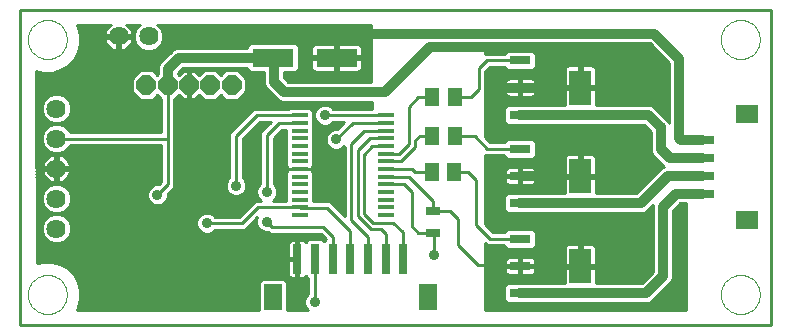
<source format=gtl>
G75*
G70*
%OFA0B0*%
%FSLAX24Y24*%
%IPPOS*%
%LPD*%
%AMOC8*
5,1,8,0,0,1.08239X$1,22.5*
%
%ADD10C,0.0100*%
%ADD11R,0.0709X0.0315*%
%ADD12R,0.0728X0.1181*%
%ADD13R,0.0512X0.0630*%
%ADD14C,0.0640*%
%ADD15C,0.0000*%
%ADD16R,0.0472X0.0315*%
%ADD17R,0.0550X0.0137*%
%ADD18OC8,0.0634*%
%ADD19R,0.0315X0.0984*%
%ADD20R,0.0591X0.0906*%
%ADD21R,0.0787X0.0315*%
%ADD22R,0.0748X0.0591*%
%ADD23R,0.1378X0.0630*%
%ADD24OC8,0.0357*%
%ADD25C,0.0320*%
%ADD26C,0.0359*%
%ADD27C,0.0357*%
D10*
X000333Y000231D02*
X000333Y010731D01*
X025353Y010728D01*
X025353Y000232D01*
X000333Y000231D01*
X002214Y000731D02*
X002257Y000807D01*
X002332Y001087D01*
X002332Y001377D01*
X002257Y001656D01*
X002113Y001907D01*
X009253Y001907D01*
X009253Y001901D02*
X009264Y001863D01*
X009283Y001829D01*
X009311Y001801D01*
X009346Y001781D01*
X009384Y001771D01*
X009532Y001771D01*
X009532Y002384D01*
X009253Y002384D01*
X009253Y001901D01*
X009253Y002006D02*
X002014Y002006D01*
X001916Y002104D02*
X009253Y002104D01*
X009253Y002203D02*
X001751Y002203D01*
X001657Y002257D02*
X001377Y002332D01*
X001088Y002332D01*
X000887Y002278D01*
X000852Y008695D01*
X001089Y008632D01*
X001378Y008632D01*
X001658Y008707D01*
X001909Y008852D01*
X002114Y009056D01*
X002258Y009307D01*
X002333Y009587D01*
X002333Y009877D01*
X002258Y010156D01*
X002216Y010231D01*
X003353Y010230D01*
X003300Y010192D01*
X003248Y010140D01*
X003204Y010080D01*
X003171Y010014D01*
X003148Y009944D01*
X003138Y009884D01*
X003556Y009884D01*
X003556Y009784D01*
X003138Y009784D01*
X003148Y009724D01*
X003171Y009653D01*
X003204Y009587D01*
X003248Y009528D01*
X003300Y009475D01*
X003360Y009432D01*
X003426Y009398D01*
X003496Y009375D01*
X003556Y009366D01*
X003556Y009784D01*
X003656Y009784D01*
X003656Y009884D01*
X004074Y009884D01*
X004065Y009944D01*
X004042Y010014D01*
X004008Y010080D01*
X003965Y010140D01*
X003912Y010192D01*
X003860Y010230D01*
X004310Y010230D01*
X004191Y010111D01*
X004116Y009931D01*
X004116Y009736D01*
X004191Y009556D01*
X004329Y009418D01*
X004509Y009344D01*
X004704Y009344D01*
X004884Y009418D01*
X005022Y009556D01*
X005096Y009736D01*
X005096Y009931D01*
X005022Y010111D01*
X004903Y010230D01*
X012005Y010229D01*
X012034Y008322D01*
X009259Y008322D01*
X009113Y008468D01*
X009113Y008637D01*
X009509Y008637D01*
X009609Y008736D01*
X009609Y009507D01*
X009509Y009607D01*
X007990Y009607D01*
X007891Y009507D01*
X007891Y009452D01*
X005557Y009452D01*
X005436Y009402D01*
X005343Y009309D01*
X004967Y008933D01*
X004917Y008812D01*
X004917Y008681D01*
X004917Y008573D01*
X004893Y008548D01*
X004740Y008701D01*
X004337Y008701D01*
X004051Y008416D01*
X004051Y008013D01*
X004337Y007727D01*
X004740Y007727D01*
X004893Y007880D01*
X005027Y007746D01*
X005027Y006652D01*
X001972Y006652D01*
X001948Y006709D01*
X001810Y006847D01*
X001630Y006922D01*
X001435Y006922D01*
X001255Y006847D01*
X001117Y006709D01*
X001043Y006529D01*
X001043Y006334D01*
X001117Y006154D01*
X001255Y006016D01*
X001435Y005942D01*
X001630Y005942D01*
X001810Y006016D01*
X001948Y006154D01*
X001972Y006212D01*
X005027Y006212D01*
X005027Y004993D01*
X004942Y004908D01*
X004834Y004908D01*
X004706Y004855D01*
X004607Y004756D01*
X004554Y004628D01*
X004554Y004489D01*
X004607Y004361D01*
X004706Y004262D01*
X004834Y004209D01*
X004973Y004209D01*
X005101Y004262D01*
X005200Y004361D01*
X005253Y004489D01*
X005253Y004597D01*
X005467Y004811D01*
X005467Y004993D01*
X005467Y006326D01*
X005467Y006508D01*
X005467Y007746D01*
X005615Y007894D01*
X005762Y007747D01*
X005907Y007747D01*
X005907Y008166D01*
X006004Y008166D01*
X006004Y007747D01*
X006149Y007747D01*
X006296Y007894D01*
X006463Y007727D01*
X006866Y007727D01*
X007019Y007880D01*
X007171Y007727D01*
X007575Y007727D01*
X007860Y008013D01*
X007860Y008416D01*
X007575Y008701D01*
X007171Y008701D01*
X007019Y008548D01*
X006866Y008701D01*
X006463Y008701D01*
X006296Y008534D01*
X006149Y008681D01*
X006004Y008681D01*
X006004Y008263D01*
X005907Y008263D01*
X005907Y008681D01*
X005762Y008681D01*
X005615Y008534D01*
X005577Y008573D01*
X005577Y008609D01*
X005759Y008792D01*
X007891Y008792D01*
X007891Y008736D01*
X007990Y008637D01*
X008453Y008637D01*
X008453Y008397D01*
X008453Y008266D01*
X008503Y008145D01*
X008936Y007712D01*
X009057Y007662D01*
X009188Y007662D01*
X012044Y007662D01*
X012048Y007426D01*
X010750Y007426D01*
X010674Y007501D01*
X010546Y007554D01*
X010407Y007554D01*
X010279Y007501D01*
X010181Y007403D01*
X010128Y007275D01*
X010128Y007137D01*
X010181Y007009D01*
X010279Y006911D01*
X010407Y006858D01*
X010546Y006858D01*
X010674Y006911D01*
X010750Y006986D01*
X011136Y006986D01*
X010900Y006750D01*
X010793Y006750D01*
X010665Y006697D01*
X010567Y006599D01*
X010514Y006471D01*
X010514Y006332D01*
X010567Y006204D01*
X010665Y006106D01*
X010793Y006053D01*
X010932Y006053D01*
X011060Y006106D01*
X011136Y006183D01*
X011136Y006154D01*
X011143Y006148D01*
X011143Y003853D01*
X010644Y004352D01*
X010461Y004352D01*
X010088Y004352D01*
X010088Y004529D01*
X010088Y004785D01*
X010088Y005041D01*
X010088Y005297D01*
X010066Y005319D01*
X010068Y005326D01*
X010068Y005414D01*
X010068Y005502D01*
X010066Y005509D01*
X010088Y005531D01*
X010088Y005809D01*
X010088Y006065D01*
X010088Y006320D01*
X010088Y006576D01*
X010088Y006832D01*
X010088Y007088D01*
X010088Y007344D01*
X009989Y007444D01*
X009298Y007444D01*
X009286Y007432D01*
X008131Y007432D01*
X008003Y007303D01*
X007303Y006603D01*
X007303Y006421D01*
X007303Y005135D01*
X007227Y005059D01*
X007174Y004931D01*
X007174Y004792D01*
X007227Y004664D01*
X007325Y004566D01*
X007453Y004513D01*
X007592Y004513D01*
X007720Y004566D01*
X007818Y004664D01*
X007871Y004792D01*
X007871Y004931D01*
X007818Y005059D01*
X007743Y005135D01*
X007743Y006421D01*
X008314Y006992D01*
X008692Y006992D01*
X008333Y006633D01*
X008333Y006451D01*
X008333Y004915D01*
X008257Y004839D01*
X008204Y004711D01*
X008204Y004572D01*
X008257Y004444D01*
X008347Y004354D01*
X008336Y004354D01*
X008154Y004354D01*
X007631Y003832D01*
X006825Y003832D01*
X006750Y003907D01*
X006622Y003960D01*
X006483Y003960D01*
X006355Y003907D01*
X006257Y003809D01*
X006204Y003681D01*
X001960Y003681D01*
X001948Y003709D02*
X001810Y003847D01*
X001630Y003922D01*
X001435Y003922D01*
X001255Y003847D01*
X001117Y003709D01*
X001043Y003529D01*
X001043Y003334D01*
X001117Y003154D01*
X001255Y003016D01*
X001435Y002942D01*
X001630Y002942D01*
X001810Y003016D01*
X001948Y003154D01*
X002023Y003334D01*
X002023Y003529D01*
X001948Y003709D01*
X001878Y003779D02*
X006245Y003779D01*
X006204Y003681D02*
X006204Y003542D01*
X006257Y003414D01*
X006355Y003316D01*
X006483Y003263D01*
X006622Y003263D01*
X006750Y003316D01*
X006825Y003392D01*
X007814Y003392D01*
X007943Y003521D01*
X008223Y003801D01*
X008194Y003731D01*
X008194Y003592D01*
X008247Y003464D01*
X008345Y003366D01*
X008473Y003313D01*
X008580Y003313D01*
X008641Y003252D01*
X008824Y003252D01*
X010341Y003252D01*
X010518Y003075D01*
X010514Y003075D01*
X010447Y003008D01*
X010379Y003075D01*
X009924Y003075D01*
X009841Y002992D01*
X009838Y002997D01*
X009811Y003025D01*
X009776Y003045D01*
X009738Y003055D01*
X009590Y003055D01*
X009590Y002442D01*
X009532Y002442D01*
X009532Y003055D01*
X009384Y003055D01*
X009346Y003045D01*
X009311Y003025D01*
X009283Y002997D01*
X009264Y002963D01*
X009253Y002925D01*
X009253Y002442D01*
X009532Y002442D01*
X009532Y002384D01*
X009590Y002384D01*
X009590Y001771D01*
X009738Y001771D01*
X009776Y001781D01*
X009811Y001801D01*
X009838Y001829D01*
X009841Y001833D01*
X009924Y001751D01*
X009931Y001751D01*
X009931Y001254D01*
X009855Y001178D01*
X009802Y001049D01*
X009802Y000910D01*
X009855Y000782D01*
X009906Y000731D01*
X009219Y000731D01*
X009219Y001657D01*
X009120Y001756D01*
X008388Y001756D01*
X008289Y001657D01*
X008289Y000731D01*
X002214Y000731D01*
X002262Y000823D02*
X008289Y000823D01*
X008289Y000922D02*
X002288Y000922D01*
X002314Y001020D02*
X008289Y001020D01*
X008289Y001119D02*
X002332Y001119D01*
X002332Y001217D02*
X008289Y001217D01*
X008289Y001316D02*
X002332Y001316D01*
X002322Y001414D02*
X008289Y001414D01*
X008289Y001513D02*
X002296Y001513D01*
X002269Y001611D02*
X008289Y001611D01*
X008342Y001710D02*
X002226Y001710D01*
X002170Y001809D02*
X009304Y001809D01*
X009166Y001710D02*
X009931Y001710D01*
X009931Y001611D02*
X009219Y001611D01*
X009219Y001513D02*
X009931Y001513D01*
X009931Y001414D02*
X009219Y001414D01*
X009219Y001316D02*
X009931Y001316D01*
X009895Y001217D02*
X009219Y001217D01*
X009219Y001119D02*
X009831Y001119D01*
X009802Y001020D02*
X009219Y001020D01*
X009219Y000922D02*
X009802Y000922D01*
X009838Y000823D02*
X009219Y000823D01*
X010151Y000980D02*
X010151Y002413D01*
X009590Y002498D02*
X009532Y002498D01*
X009532Y002400D02*
X000886Y002400D01*
X000885Y002498D02*
X009253Y002498D01*
X009253Y002597D02*
X000885Y002597D01*
X000884Y002695D02*
X009253Y002695D01*
X009253Y002794D02*
X000884Y002794D01*
X000883Y002892D02*
X009253Y002892D01*
X009280Y002991D02*
X001749Y002991D01*
X001883Y003090D02*
X010504Y003090D01*
X010405Y003188D02*
X001962Y003188D01*
X002003Y003287D02*
X006427Y003287D01*
X006286Y003385D02*
X002023Y003385D01*
X002023Y003484D02*
X006228Y003484D01*
X006204Y003582D02*
X002001Y003582D01*
X001736Y003878D02*
X006326Y003878D01*
X006779Y003878D02*
X007678Y003878D01*
X007776Y003976D02*
X001714Y003976D01*
X001630Y003942D02*
X001435Y003942D01*
X001255Y004016D01*
X001117Y004154D01*
X001043Y004334D01*
X001043Y004529D01*
X001117Y004709D01*
X001255Y004847D01*
X001435Y004922D01*
X001630Y004922D01*
X001810Y004847D01*
X001948Y004709D01*
X002023Y004529D01*
X002023Y004334D01*
X001948Y004154D01*
X001810Y004016D01*
X001630Y003942D01*
X001351Y003976D02*
X000877Y003976D01*
X000878Y003878D02*
X001329Y003878D01*
X001187Y003779D02*
X000878Y003779D01*
X000879Y003681D02*
X001105Y003681D01*
X001065Y003582D02*
X000880Y003582D01*
X000880Y003484D02*
X001043Y003484D01*
X001043Y003385D02*
X000881Y003385D01*
X000881Y003287D02*
X001062Y003287D01*
X001103Y003188D02*
X000882Y003188D01*
X000882Y003090D02*
X001182Y003090D01*
X001316Y002991D02*
X000883Y002991D01*
X000886Y002301D02*
X000974Y002301D01*
X001491Y002301D02*
X009253Y002301D01*
X009532Y002301D02*
X009590Y002301D01*
X009590Y002203D02*
X009532Y002203D01*
X009532Y002104D02*
X009590Y002104D01*
X009590Y002006D02*
X009532Y002006D01*
X009532Y001907D02*
X009590Y001907D01*
X009590Y001809D02*
X009532Y001809D01*
X009818Y001809D02*
X009866Y001809D01*
X010742Y002413D02*
X010742Y003162D01*
X010433Y003472D01*
X008733Y003472D01*
X008543Y003662D01*
X008214Y003779D02*
X008201Y003779D01*
X008194Y003681D02*
X008103Y003681D01*
X008198Y003582D02*
X008004Y003582D01*
X007906Y003484D02*
X008239Y003484D01*
X008326Y003385D02*
X006819Y003385D01*
X006678Y003287D02*
X008607Y003287D01*
X008245Y004134D02*
X007723Y003612D01*
X006553Y003612D01*
X007875Y004075D02*
X001869Y004075D01*
X001956Y004174D02*
X007973Y004174D01*
X008072Y004272D02*
X005111Y004272D01*
X005204Y004371D02*
X008331Y004371D01*
X008247Y004469D02*
X005244Y004469D01*
X005253Y004568D02*
X007324Y004568D01*
X007226Y004666D02*
X005322Y004666D01*
X005421Y004765D02*
X007186Y004765D01*
X007174Y004863D02*
X005467Y004863D01*
X005467Y004962D02*
X007187Y004962D01*
X007228Y005060D02*
X005467Y005060D01*
X005467Y005159D02*
X007303Y005159D01*
X007303Y005258D02*
X005467Y005258D01*
X005467Y005356D02*
X007303Y005356D01*
X007303Y005455D02*
X005467Y005455D01*
X005467Y005553D02*
X007303Y005553D01*
X007303Y005652D02*
X005467Y005652D01*
X005467Y005750D02*
X007303Y005750D01*
X007303Y005849D02*
X005467Y005849D01*
X005467Y005947D02*
X007303Y005947D01*
X007303Y006046D02*
X005467Y006046D01*
X005467Y006144D02*
X007303Y006144D01*
X007303Y006243D02*
X005467Y006243D01*
X005467Y006341D02*
X007303Y006341D01*
X007303Y006440D02*
X005467Y006440D01*
X005467Y006539D02*
X007303Y006539D01*
X007337Y006637D02*
X005467Y006637D01*
X005467Y006736D02*
X007435Y006736D01*
X007534Y006834D02*
X005467Y006834D01*
X005467Y006933D02*
X007632Y006933D01*
X007731Y007031D02*
X005467Y007031D01*
X005467Y007130D02*
X007830Y007130D01*
X007928Y007228D02*
X005467Y007228D01*
X005467Y007327D02*
X008027Y007327D01*
X008125Y007425D02*
X005467Y007425D01*
X005467Y007524D02*
X010334Y007524D01*
X010204Y007425D02*
X010007Y007425D01*
X010088Y007327D02*
X010150Y007327D01*
X010128Y007228D02*
X010088Y007228D01*
X010088Y007130D02*
X010131Y007130D01*
X010088Y007031D02*
X010172Y007031D01*
X010088Y006933D02*
X010257Y006933D01*
X010088Y006834D02*
X010984Y006834D01*
X011082Y006933D02*
X010696Y006933D01*
X010758Y006736D02*
X010088Y006736D01*
X010088Y006637D02*
X010605Y006637D01*
X010542Y006539D02*
X010088Y006539D01*
X010088Y006440D02*
X010514Y006440D01*
X010514Y006341D02*
X010088Y006341D01*
X010088Y006243D02*
X010551Y006243D01*
X010627Y006144D02*
X010088Y006144D01*
X010088Y006046D02*
X011143Y006046D01*
X011143Y006144D02*
X011098Y006144D01*
X011356Y006246D02*
X011363Y006239D01*
X011363Y003722D01*
X011923Y003161D01*
X011923Y002413D01*
X011333Y002413D02*
X011333Y003352D01*
X010553Y004132D01*
X009646Y004132D01*
X009643Y004134D01*
X008245Y004134D01*
X008758Y004354D02*
X008848Y004444D01*
X008901Y004572D01*
X008901Y004711D01*
X008848Y004839D01*
X008773Y004915D01*
X008773Y006451D01*
X009054Y006732D01*
X009198Y006732D01*
X009198Y006576D01*
X009198Y006320D01*
X009198Y006065D01*
X009198Y005809D01*
X009198Y005531D01*
X009220Y005509D01*
X009218Y005502D01*
X009218Y005414D01*
X009643Y005414D01*
X009643Y005414D01*
X009218Y005414D01*
X009218Y005326D01*
X009220Y005319D01*
X009198Y005297D01*
X009198Y005041D01*
X009198Y004785D01*
X009198Y004529D01*
X009198Y004354D01*
X008758Y004354D01*
X008774Y004371D02*
X009198Y004371D01*
X009198Y004469D02*
X008858Y004469D01*
X008899Y004568D02*
X009198Y004568D01*
X009198Y004666D02*
X008901Y004666D01*
X008879Y004765D02*
X009198Y004765D01*
X009198Y004863D02*
X008824Y004863D01*
X008773Y004962D02*
X009198Y004962D01*
X009198Y005060D02*
X008773Y005060D01*
X008773Y005159D02*
X009198Y005159D01*
X009198Y005258D02*
X008773Y005258D01*
X008773Y005356D02*
X009218Y005356D01*
X009218Y005455D02*
X008773Y005455D01*
X008773Y005553D02*
X009198Y005553D01*
X009198Y005652D02*
X008773Y005652D01*
X008773Y005750D02*
X009198Y005750D01*
X009198Y005849D02*
X008773Y005849D01*
X008773Y005947D02*
X009198Y005947D01*
X009198Y006046D02*
X008773Y006046D01*
X008773Y006144D02*
X009198Y006144D01*
X009198Y006243D02*
X008773Y006243D01*
X008773Y006341D02*
X009198Y006341D01*
X009198Y006440D02*
X008773Y006440D01*
X008860Y006539D02*
X009198Y006539D01*
X009198Y006637D02*
X008959Y006637D01*
X008963Y006952D02*
X008553Y006542D01*
X008553Y004642D01*
X008226Y004765D02*
X007859Y004765D01*
X007871Y004863D02*
X008281Y004863D01*
X008333Y004962D02*
X007858Y004962D01*
X007817Y005060D02*
X008333Y005060D01*
X008333Y005159D02*
X007743Y005159D01*
X007743Y005258D02*
X008333Y005258D01*
X008333Y005356D02*
X007743Y005356D01*
X007743Y005455D02*
X008333Y005455D01*
X008333Y005553D02*
X007743Y005553D01*
X007743Y005652D02*
X008333Y005652D01*
X008333Y005750D02*
X007743Y005750D01*
X007743Y005849D02*
X008333Y005849D01*
X008333Y005947D02*
X007743Y005947D01*
X007743Y006046D02*
X008333Y006046D01*
X008333Y006144D02*
X007743Y006144D01*
X007743Y006243D02*
X008333Y006243D01*
X008333Y006341D02*
X007743Y006341D01*
X007762Y006440D02*
X008333Y006440D01*
X008333Y006539D02*
X007860Y006539D01*
X007959Y006637D02*
X008337Y006637D01*
X008435Y006736D02*
X008058Y006736D01*
X008156Y006834D02*
X008534Y006834D01*
X008632Y006933D02*
X008255Y006933D01*
X008223Y007212D02*
X009637Y007212D01*
X009643Y007205D01*
X009641Y006952D02*
X008963Y006952D01*
X009641Y006952D02*
X009643Y006949D01*
X010477Y007206D02*
X012521Y007206D01*
X012522Y007205D01*
X012519Y006952D02*
X012522Y006949D01*
X012519Y006952D02*
X011413Y006952D01*
X010863Y006402D01*
X011356Y006246D02*
X011803Y006692D01*
X012520Y006692D01*
X012522Y006693D01*
X012522Y006438D02*
X011972Y006438D01*
X011573Y006038D01*
X011573Y003852D01*
X012013Y003412D01*
X012014Y003413D01*
X012348Y003413D01*
X012514Y003248D01*
X012514Y002413D01*
X013100Y002417D02*
X013104Y002413D01*
X013100Y002417D02*
X013100Y003303D01*
X012771Y003632D01*
X012073Y003632D01*
X011783Y003922D01*
X011783Y005892D01*
X012063Y006172D01*
X012512Y006172D01*
X012522Y006182D01*
X012522Y006437D02*
X012522Y006438D01*
X012956Y005926D02*
X013273Y006242D01*
X013273Y007492D01*
X013583Y007802D01*
X014069Y007802D01*
X014817Y007802D02*
X015343Y007802D01*
X015613Y008072D01*
X015613Y008769D01*
X015881Y009037D01*
X016989Y009037D01*
X017513Y009002D02*
X021916Y009002D01*
X021963Y008955D02*
X021963Y006964D01*
X021952Y006989D01*
X021859Y007082D01*
X021435Y007506D01*
X021314Y007556D01*
X021182Y007556D01*
X019507Y007556D01*
X019507Y008082D01*
X019043Y008082D01*
X019043Y008182D01*
X019507Y008182D01*
X019507Y008742D01*
X019496Y008780D01*
X019477Y008814D01*
X019449Y008842D01*
X019415Y008862D01*
X019376Y008872D01*
X019042Y008872D01*
X019042Y008182D01*
X018943Y008182D01*
X018943Y008872D01*
X018609Y008872D01*
X018571Y008862D01*
X018536Y008842D01*
X018508Y008814D01*
X018489Y008780D01*
X018478Y008742D01*
X018478Y008182D01*
X018942Y008182D01*
X018942Y008082D01*
X018478Y008082D01*
X018478Y007556D01*
X016923Y007556D01*
X016917Y007554D01*
X016564Y007554D01*
X016464Y007454D01*
X016464Y006998D01*
X016564Y006899D01*
X016917Y006899D01*
X016923Y006896D01*
X021111Y006896D01*
X021343Y006665D01*
X021343Y006150D01*
X021343Y006019D01*
X021393Y005898D01*
X021702Y005588D01*
X021794Y005497D01*
X021724Y005468D01*
X021632Y005375D01*
X020862Y004606D01*
X019507Y004606D01*
X019507Y005132D01*
X019043Y005132D01*
X019043Y005232D01*
X019507Y005232D01*
X019507Y005792D01*
X019496Y005830D01*
X019477Y005864D01*
X019449Y005892D01*
X019415Y005912D01*
X019376Y005922D01*
X019042Y005922D01*
X019042Y005232D01*
X018943Y005232D01*
X018943Y005922D01*
X018609Y005922D01*
X018571Y005912D01*
X018536Y005892D01*
X018508Y005864D01*
X018489Y005830D01*
X018478Y005792D01*
X018478Y005232D01*
X018942Y005232D01*
X018942Y005132D01*
X018478Y005132D01*
X018478Y004606D01*
X016923Y004606D01*
X016917Y004604D01*
X016564Y004604D01*
X016464Y004504D01*
X016464Y004048D01*
X016564Y003949D01*
X016917Y003949D01*
X016923Y003946D01*
X020941Y003946D01*
X021073Y003946D01*
X021194Y003997D01*
X021287Y004089D01*
X021293Y004103D01*
X021413Y004223D01*
X021413Y004096D01*
X021413Y001978D01*
X021040Y001606D01*
X019507Y001606D01*
X019507Y002132D01*
X019043Y002132D01*
X019043Y002232D01*
X019507Y002232D01*
X019507Y002792D01*
X019496Y002830D01*
X019477Y002864D01*
X019449Y002892D01*
X019415Y002912D01*
X019376Y002922D01*
X019042Y002922D01*
X019042Y002232D01*
X018943Y002232D01*
X018943Y002922D01*
X018609Y002922D01*
X018571Y002912D01*
X018536Y002892D01*
X018508Y002864D01*
X018489Y002830D01*
X018478Y002792D01*
X018478Y002232D01*
X018942Y002232D01*
X018942Y002132D01*
X018478Y002132D01*
X018478Y001606D01*
X016923Y001606D01*
X016917Y001604D01*
X016564Y001604D01*
X016464Y001504D01*
X016464Y001048D01*
X016564Y000949D01*
X016917Y000949D01*
X016923Y000946D01*
X021111Y000946D01*
X021243Y000946D01*
X021364Y000997D01*
X021929Y001562D01*
X022022Y001655D01*
X022073Y001776D01*
X022073Y004025D01*
X022316Y004268D01*
X022523Y004268D01*
X022523Y000732D01*
X015813Y000732D01*
X015813Y002953D01*
X015900Y002866D01*
X016083Y002866D01*
X016464Y002866D01*
X016464Y002859D01*
X016564Y002760D01*
X017413Y002760D01*
X017513Y002859D01*
X017513Y003315D01*
X017413Y003415D01*
X016564Y003415D01*
X016464Y003315D01*
X016464Y003306D01*
X016083Y003306D01*
X015813Y003576D01*
X015813Y005872D01*
X016464Y005872D01*
X016464Y005859D01*
X016564Y005760D01*
X017413Y005760D01*
X017513Y005859D01*
X017513Y006315D01*
X017413Y006415D01*
X016564Y006415D01*
X016464Y006315D01*
X016464Y006312D01*
X015994Y006312D01*
X015813Y006493D01*
X015813Y007961D01*
X015833Y007981D01*
X015833Y008678D01*
X015972Y008817D01*
X016464Y008817D01*
X016464Y008809D01*
X016564Y008710D01*
X017413Y008710D01*
X017513Y008809D01*
X017513Y009265D01*
X017413Y009365D01*
X016564Y009365D01*
X016464Y009265D01*
X016464Y009257D01*
X015813Y009257D01*
X015813Y009602D01*
X021316Y009602D01*
X021963Y008955D01*
X021963Y008904D02*
X017513Y008904D01*
X017509Y008805D02*
X018503Y008805D01*
X018478Y008707D02*
X015861Y008707D01*
X015833Y008608D02*
X018478Y008608D01*
X018478Y008509D02*
X015833Y008509D01*
X015833Y008411D02*
X016549Y008411D01*
X016546Y008409D02*
X016518Y008381D01*
X016499Y008347D01*
X016488Y008309D01*
X016488Y008161D01*
X016964Y008161D01*
X016964Y008439D01*
X016619Y008439D01*
X016580Y008429D01*
X016546Y008409D01*
X016489Y008312D02*
X015833Y008312D01*
X015833Y008214D02*
X016488Y008214D01*
X016488Y008103D02*
X016488Y007955D01*
X016499Y007916D01*
X016518Y007882D01*
X016546Y007854D01*
X016580Y007835D01*
X016619Y007824D01*
X016964Y007824D01*
X016964Y008103D01*
X017021Y008103D01*
X017021Y007824D01*
X017367Y007824D01*
X017405Y007835D01*
X017439Y007854D01*
X017467Y007882D01*
X017487Y007916D01*
X017497Y007955D01*
X017497Y008103D01*
X017022Y008103D01*
X017022Y008161D01*
X017497Y008161D01*
X017497Y008309D01*
X017487Y008347D01*
X017467Y008381D01*
X017439Y008409D01*
X017405Y008429D01*
X017367Y008439D01*
X017021Y008439D01*
X017021Y008161D01*
X016964Y008161D01*
X016964Y008103D01*
X016488Y008103D01*
X016488Y008017D02*
X015833Y008017D01*
X015833Y008115D02*
X016964Y008115D01*
X016993Y008130D02*
X016993Y008132D01*
X018993Y008132D01*
X019043Y008115D02*
X021963Y008115D01*
X021963Y008017D02*
X019507Y008017D01*
X019507Y007918D02*
X021963Y007918D01*
X021963Y007820D02*
X019507Y007820D01*
X019507Y007721D02*
X021963Y007721D01*
X021963Y007623D02*
X019507Y007623D01*
X018478Y007623D02*
X015813Y007623D01*
X015813Y007721D02*
X018478Y007721D01*
X018478Y007820D02*
X015813Y007820D01*
X015813Y007918D02*
X016498Y007918D01*
X016384Y008130D02*
X016993Y008130D01*
X017022Y008115D02*
X018942Y008115D01*
X018943Y008214D02*
X019042Y008214D01*
X019042Y008312D02*
X018943Y008312D01*
X018943Y008411D02*
X019042Y008411D01*
X019042Y008509D02*
X018943Y008509D01*
X018943Y008608D02*
X019042Y008608D01*
X019042Y008707D02*
X018943Y008707D01*
X018943Y008805D02*
X019042Y008805D01*
X019482Y008805D02*
X021963Y008805D01*
X021963Y008707D02*
X019507Y008707D01*
X019507Y008608D02*
X021963Y008608D01*
X021963Y008509D02*
X019507Y008509D01*
X019507Y008411D02*
X021963Y008411D01*
X021963Y008312D02*
X019507Y008312D01*
X019507Y008214D02*
X021963Y008214D01*
X021963Y007524D02*
X021392Y007524D01*
X021516Y007425D02*
X021963Y007425D01*
X021963Y007327D02*
X021614Y007327D01*
X021713Y007228D02*
X021963Y007228D01*
X021963Y007130D02*
X021811Y007130D01*
X021910Y007031D02*
X021963Y007031D01*
X021272Y006736D02*
X015813Y006736D01*
X015813Y006834D02*
X021174Y006834D01*
X021343Y006637D02*
X015813Y006637D01*
X015813Y006539D02*
X021343Y006539D01*
X021343Y006440D02*
X015865Y006440D01*
X015964Y006341D02*
X016491Y006341D01*
X016378Y006443D02*
X016378Y007517D01*
X016384Y007517D01*
X016384Y008130D01*
X016964Y008214D02*
X017021Y008214D01*
X017021Y008312D02*
X016964Y008312D01*
X016964Y008411D02*
X017021Y008411D01*
X017436Y008411D02*
X018478Y008411D01*
X018478Y008312D02*
X017496Y008312D01*
X017497Y008214D02*
X018478Y008214D01*
X018478Y008017D02*
X017497Y008017D01*
X017487Y007918D02*
X018478Y007918D01*
X017021Y007918D02*
X016964Y007918D01*
X016964Y008017D02*
X017021Y008017D01*
X016534Y007524D02*
X015813Y007524D01*
X015813Y007425D02*
X016464Y007425D01*
X016464Y007327D02*
X015813Y007327D01*
X015813Y007228D02*
X016464Y007228D01*
X016464Y007130D02*
X015813Y007130D01*
X015813Y007031D02*
X016464Y007031D01*
X016530Y006933D02*
X015813Y006933D01*
X015473Y006522D02*
X014807Y006522D01*
X015473Y006522D02*
X015903Y006092D01*
X016984Y006092D01*
X016989Y006087D01*
X016983Y006082D01*
X017513Y006046D02*
X021343Y006046D01*
X021343Y006144D02*
X017513Y006144D01*
X017513Y006243D02*
X021343Y006243D01*
X021343Y006341D02*
X017487Y006341D01*
X017593Y006482D02*
X016416Y006482D01*
X016378Y006443D01*
X017593Y006482D02*
X018093Y006482D01*
X018231Y005748D01*
X018228Y005270D01*
X017998Y005182D01*
X018993Y005182D01*
X019043Y005159D02*
X021415Y005159D01*
X021317Y005060D02*
X019507Y005060D01*
X019507Y004962D02*
X021218Y004962D01*
X021120Y004863D02*
X019507Y004863D01*
X019507Y004765D02*
X021021Y004765D01*
X020922Y004666D02*
X019507Y004666D01*
X018478Y004666D02*
X015813Y004666D01*
X015813Y004568D02*
X016528Y004568D01*
X016464Y004469D02*
X015813Y004469D01*
X015813Y004371D02*
X016464Y004371D01*
X016464Y004272D02*
X015813Y004272D01*
X015813Y004174D02*
X016464Y004174D01*
X016464Y004075D02*
X015813Y004075D01*
X015813Y003976D02*
X016536Y003976D01*
X015813Y003878D02*
X021413Y003878D01*
X021413Y003976D02*
X021146Y003976D01*
X021273Y004075D02*
X021413Y004075D01*
X021413Y004174D02*
X021363Y004174D01*
X022073Y003976D02*
X022523Y003976D01*
X022523Y003878D02*
X022073Y003878D01*
X022073Y003779D02*
X022523Y003779D01*
X022523Y003681D02*
X022073Y003681D01*
X022073Y003582D02*
X022523Y003582D01*
X022523Y003484D02*
X022073Y003484D01*
X022073Y003385D02*
X022523Y003385D01*
X022523Y003287D02*
X022073Y003287D01*
X022073Y003188D02*
X022523Y003188D01*
X022523Y003090D02*
X022073Y003090D01*
X022073Y002991D02*
X022523Y002991D01*
X022523Y002892D02*
X022073Y002892D01*
X022073Y002794D02*
X022523Y002794D01*
X022523Y002695D02*
X022073Y002695D01*
X022073Y002597D02*
X022523Y002597D01*
X022523Y002498D02*
X022073Y002498D01*
X022073Y002400D02*
X022523Y002400D01*
X022523Y002301D02*
X022073Y002301D01*
X022073Y002203D02*
X022523Y002203D01*
X022523Y002104D02*
X022073Y002104D01*
X022073Y002006D02*
X022523Y002006D01*
X022523Y001907D02*
X022073Y001907D01*
X022073Y001809D02*
X022523Y001809D01*
X022523Y001710D02*
X022045Y001710D01*
X021979Y001611D02*
X022523Y001611D01*
X022523Y001513D02*
X021880Y001513D01*
X021782Y001414D02*
X022523Y001414D01*
X022523Y001316D02*
X021683Y001316D01*
X021585Y001217D02*
X022523Y001217D01*
X022523Y001119D02*
X021486Y001119D01*
X021388Y001020D02*
X022523Y001020D01*
X022523Y000922D02*
X015813Y000922D01*
X015813Y001020D02*
X016493Y001020D01*
X016464Y001119D02*
X015813Y001119D01*
X015813Y001217D02*
X016464Y001217D01*
X016464Y001316D02*
X015813Y001316D01*
X015813Y001414D02*
X016464Y001414D01*
X016473Y001513D02*
X015813Y001513D01*
X015813Y001611D02*
X018478Y001611D01*
X018478Y001710D02*
X015813Y001710D01*
X015813Y001809D02*
X018478Y001809D01*
X018478Y001907D02*
X017442Y001907D01*
X017439Y001904D02*
X017467Y001932D01*
X017487Y001966D01*
X017497Y002005D01*
X017497Y002153D01*
X017022Y002153D01*
X017022Y002211D01*
X017497Y002211D01*
X017497Y002359D01*
X017487Y002397D01*
X017467Y002431D01*
X017439Y002459D01*
X017405Y002479D01*
X017367Y002489D01*
X017021Y002489D01*
X017021Y002211D01*
X016964Y002211D01*
X016964Y002489D01*
X016619Y002489D01*
X016580Y002479D01*
X016546Y002459D01*
X016518Y002431D01*
X016499Y002397D01*
X016488Y002359D01*
X016488Y002211D01*
X016964Y002211D01*
X016964Y002153D01*
X017021Y002153D01*
X017021Y001874D01*
X017367Y001874D01*
X017405Y001885D01*
X017439Y001904D01*
X017497Y002006D02*
X018478Y002006D01*
X018478Y002104D02*
X017497Y002104D01*
X017497Y002301D02*
X018478Y002301D01*
X018478Y002400D02*
X017485Y002400D01*
X017021Y002400D02*
X016964Y002400D01*
X016964Y002301D02*
X017021Y002301D01*
X017022Y002203D02*
X018942Y002203D01*
X018943Y002301D02*
X019042Y002301D01*
X019043Y002203D02*
X021413Y002203D01*
X021413Y002301D02*
X019507Y002301D01*
X019507Y002400D02*
X021413Y002400D01*
X021413Y002498D02*
X019507Y002498D01*
X019507Y002597D02*
X021413Y002597D01*
X021413Y002695D02*
X019507Y002695D01*
X019506Y002794D02*
X021413Y002794D01*
X021413Y002892D02*
X019449Y002892D01*
X019042Y002892D02*
X018943Y002892D01*
X018943Y002794D02*
X019042Y002794D01*
X019042Y002695D02*
X018943Y002695D01*
X018943Y002597D02*
X019042Y002597D01*
X019042Y002498D02*
X018943Y002498D01*
X018943Y002400D02*
X019042Y002400D01*
X019507Y002104D02*
X021413Y002104D01*
X021413Y002006D02*
X019507Y002006D01*
X019507Y001907D02*
X021341Y001907D01*
X021243Y001809D02*
X019507Y001809D01*
X019507Y001710D02*
X021144Y001710D01*
X021046Y001611D02*
X019507Y001611D01*
X018195Y001747D02*
X017725Y001748D01*
X017021Y001907D02*
X016964Y001907D01*
X016964Y001874D02*
X016964Y002153D01*
X016488Y002153D01*
X016488Y002005D01*
X016499Y001966D01*
X016518Y001932D01*
X016546Y001904D01*
X016580Y001885D01*
X016619Y001874D01*
X016964Y001874D01*
X016964Y002006D02*
X017021Y002006D01*
X017021Y002104D02*
X016964Y002104D01*
X016993Y002182D02*
X016973Y002202D01*
X015583Y002202D01*
X014913Y002872D01*
X014913Y003752D01*
X014658Y004006D01*
X014093Y004006D01*
X014093Y004362D01*
X013803Y004652D01*
X013793Y004652D01*
X013293Y005152D01*
X012528Y005152D01*
X012522Y005158D01*
X012522Y005414D02*
X013391Y005414D01*
X013473Y005332D01*
X014049Y005332D01*
X014797Y005332D02*
X014798Y005330D01*
X015254Y005330D01*
X015533Y005051D01*
X015533Y003545D01*
X015992Y003086D01*
X016987Y003086D01*
X016989Y003087D01*
X017513Y003090D02*
X021413Y003090D01*
X021413Y003188D02*
X017513Y003188D01*
X017513Y003287D02*
X021413Y003287D01*
X021413Y003385D02*
X017443Y003385D01*
X017513Y002991D02*
X021413Y002991D01*
X021413Y003484D02*
X015904Y003484D01*
X015813Y003582D02*
X021413Y003582D01*
X021413Y003681D02*
X015813Y003681D01*
X015813Y003779D02*
X021413Y003779D01*
X022123Y004075D02*
X022523Y004075D01*
X022523Y004174D02*
X022221Y004174D01*
X021514Y005258D02*
X019507Y005258D01*
X019507Y005356D02*
X021612Y005356D01*
X021711Y005455D02*
X019507Y005455D01*
X019507Y005553D02*
X021737Y005553D01*
X021639Y005652D02*
X019507Y005652D01*
X019507Y005750D02*
X021540Y005750D01*
X021442Y005849D02*
X019486Y005849D01*
X019042Y005849D02*
X018943Y005849D01*
X018943Y005750D02*
X019042Y005750D01*
X019042Y005652D02*
X018943Y005652D01*
X018943Y005553D02*
X019042Y005553D01*
X019042Y005455D02*
X018943Y005455D01*
X018943Y005356D02*
X019042Y005356D01*
X019042Y005258D02*
X018943Y005258D01*
X018942Y005159D02*
X017022Y005159D01*
X017022Y005153D02*
X017022Y005211D01*
X017497Y005211D01*
X017497Y005359D01*
X017487Y005397D01*
X017467Y005431D01*
X017439Y005459D01*
X017405Y005479D01*
X017367Y005489D01*
X017021Y005489D01*
X017021Y005211D01*
X016964Y005211D01*
X016964Y005489D01*
X016619Y005489D01*
X016580Y005479D01*
X016546Y005459D01*
X016518Y005431D01*
X016499Y005397D01*
X016488Y005359D01*
X016488Y005211D01*
X016964Y005211D01*
X016964Y005153D01*
X017021Y005153D01*
X017021Y004874D01*
X017367Y004874D01*
X017405Y004885D01*
X017439Y004904D01*
X017467Y004932D01*
X017487Y004966D01*
X017497Y005005D01*
X017497Y005153D01*
X017022Y005153D01*
X016993Y005182D02*
X017293Y005182D01*
X017497Y005258D02*
X018478Y005258D01*
X018478Y005356D02*
X017497Y005356D01*
X017444Y005455D02*
X018478Y005455D01*
X018478Y005553D02*
X015813Y005553D01*
X015813Y005455D02*
X016541Y005455D01*
X016488Y005356D02*
X015813Y005356D01*
X015813Y005258D02*
X016488Y005258D01*
X016488Y005153D02*
X016488Y005005D01*
X016499Y004966D01*
X016518Y004932D01*
X016546Y004904D01*
X016580Y004885D01*
X016619Y004874D01*
X016964Y004874D01*
X016964Y005153D01*
X016488Y005153D01*
X016488Y005060D02*
X015813Y005060D01*
X015813Y004962D02*
X016501Y004962D01*
X016964Y004962D02*
X017021Y004962D01*
X017021Y005060D02*
X016964Y005060D01*
X016964Y005159D02*
X015813Y005159D01*
X015813Y004863D02*
X018478Y004863D01*
X018478Y004765D02*
X015813Y004765D01*
X016993Y005182D02*
X017998Y005182D01*
X018478Y005060D02*
X017497Y005060D01*
X017484Y004962D02*
X018478Y004962D01*
X018478Y005652D02*
X015813Y005652D01*
X015813Y005750D02*
X018478Y005750D01*
X018499Y005849D02*
X017502Y005849D01*
X017513Y005947D02*
X021372Y005947D01*
X017021Y005455D02*
X016964Y005455D01*
X016964Y005356D02*
X017021Y005356D01*
X017021Y005258D02*
X016964Y005258D01*
X016475Y005849D02*
X015813Y005849D01*
X014059Y006522D02*
X013643Y006522D01*
X013503Y006382D01*
X013503Y006142D01*
X013031Y005670D01*
X012522Y005670D01*
X012522Y005926D02*
X012522Y005926D01*
X012956Y005926D01*
X011143Y005947D02*
X010088Y005947D01*
X010088Y005849D02*
X011143Y005849D01*
X011143Y005750D02*
X010088Y005750D01*
X010088Y005652D02*
X011143Y005652D01*
X011143Y005553D02*
X010088Y005553D01*
X010068Y005455D02*
X011143Y005455D01*
X011143Y005356D02*
X010068Y005356D01*
X010068Y005414D02*
X009644Y005414D01*
X010068Y005414D01*
X010088Y005258D02*
X011143Y005258D01*
X011143Y005159D02*
X010088Y005159D01*
X010088Y005060D02*
X011143Y005060D01*
X011143Y004962D02*
X010088Y004962D01*
X010088Y004863D02*
X011143Y004863D01*
X011143Y004765D02*
X010088Y004765D01*
X010088Y004666D02*
X011143Y004666D01*
X011143Y004568D02*
X010088Y004568D01*
X010088Y004469D02*
X011143Y004469D01*
X011143Y004371D02*
X010088Y004371D01*
X010723Y004272D02*
X011143Y004272D01*
X011143Y004174D02*
X010822Y004174D01*
X010920Y004075D02*
X011143Y004075D01*
X011143Y003976D02*
X011019Y003976D01*
X011118Y003878D02*
X011143Y003878D01*
X009590Y002991D02*
X009532Y002991D01*
X009532Y002892D02*
X009590Y002892D01*
X009590Y002794D02*
X009532Y002794D01*
X009532Y002695D02*
X009590Y002695D01*
X009590Y002597D02*
X009532Y002597D01*
X013383Y003512D02*
X013383Y004652D01*
X013133Y004902D01*
X012522Y004902D01*
X012522Y004902D01*
X009644Y005414D02*
X009644Y005414D01*
X008204Y004666D02*
X007819Y004666D01*
X007721Y004568D02*
X008206Y004568D01*
X007523Y004862D02*
X007523Y006512D01*
X008223Y007212D01*
X008927Y007721D02*
X005467Y007721D01*
X005467Y007623D02*
X012045Y007623D01*
X012046Y007524D02*
X010620Y007524D01*
X008828Y007820D02*
X007667Y007820D01*
X007765Y007918D02*
X008730Y007918D01*
X008631Y008017D02*
X007860Y008017D01*
X007860Y008115D02*
X008532Y008115D01*
X008474Y008214D02*
X007860Y008214D01*
X007860Y008312D02*
X008453Y008312D01*
X008453Y008411D02*
X007860Y008411D01*
X007766Y008509D02*
X008453Y008509D01*
X008453Y008608D02*
X007668Y008608D01*
X007921Y008707D02*
X005674Y008707D01*
X005689Y008608D02*
X005577Y008608D01*
X005907Y008608D02*
X006004Y008608D01*
X006004Y008509D02*
X005907Y008509D01*
X005907Y008411D02*
X006004Y008411D01*
X006004Y008312D02*
X005907Y008312D01*
X005907Y008115D02*
X006004Y008115D01*
X006004Y008017D02*
X005907Y008017D01*
X005907Y007918D02*
X006004Y007918D01*
X006004Y007820D02*
X005907Y007820D01*
X005690Y007820D02*
X005541Y007820D01*
X005027Y007721D02*
X001936Y007721D01*
X001948Y007709D02*
X001810Y007847D01*
X001630Y007922D01*
X001435Y007922D01*
X001255Y007847D01*
X001117Y007709D01*
X001043Y007529D01*
X001043Y007334D01*
X001117Y007154D01*
X001255Y007016D01*
X001435Y006942D01*
X001630Y006942D01*
X001810Y007016D01*
X001948Y007154D01*
X002023Y007334D01*
X002023Y007529D01*
X001948Y007709D01*
X001984Y007623D02*
X005027Y007623D01*
X005027Y007524D02*
X002023Y007524D01*
X002023Y007425D02*
X005027Y007425D01*
X005027Y007327D02*
X002019Y007327D01*
X001979Y007228D02*
X005027Y007228D01*
X005027Y007130D02*
X001924Y007130D01*
X001825Y007031D02*
X005027Y007031D01*
X005027Y006933D02*
X000861Y006933D01*
X000861Y007031D02*
X001240Y007031D01*
X001142Y007130D02*
X000860Y007130D01*
X000860Y007228D02*
X001086Y007228D01*
X001046Y007327D02*
X000859Y007327D01*
X000859Y007425D02*
X001043Y007425D01*
X001043Y007524D02*
X000858Y007524D01*
X000858Y007623D02*
X001081Y007623D01*
X001129Y007721D02*
X000857Y007721D01*
X000857Y007820D02*
X001227Y007820D01*
X001426Y007918D02*
X000856Y007918D01*
X000855Y008017D02*
X004051Y008017D01*
X004051Y008115D02*
X000855Y008115D01*
X000854Y008214D02*
X004051Y008214D01*
X004051Y008312D02*
X000854Y008312D01*
X000853Y008411D02*
X004051Y008411D01*
X004145Y008509D02*
X000853Y008509D01*
X000852Y008608D02*
X004244Y008608D01*
X004833Y008608D02*
X004917Y008608D01*
X004917Y008707D02*
X001657Y008707D01*
X001828Y008805D02*
X004917Y008805D01*
X004955Y008904D02*
X001961Y008904D01*
X002059Y009002D02*
X005036Y009002D01*
X005135Y009101D02*
X002139Y009101D01*
X002196Y009199D02*
X005233Y009199D01*
X005332Y009298D02*
X002253Y009298D01*
X002282Y009396D02*
X003432Y009396D01*
X003556Y009396D02*
X003656Y009396D01*
X003656Y009366D02*
X003716Y009375D01*
X003787Y009398D01*
X003853Y009432D01*
X003912Y009475D01*
X003965Y009528D01*
X004008Y009587D01*
X004042Y009653D01*
X004065Y009724D01*
X004074Y009784D01*
X003656Y009784D01*
X003656Y009366D01*
X003781Y009396D02*
X004382Y009396D01*
X004252Y009495D02*
X003932Y009495D01*
X004011Y009593D02*
X004175Y009593D01*
X004135Y009692D02*
X004054Y009692D01*
X004116Y009791D02*
X003656Y009791D01*
X003656Y009692D02*
X003556Y009692D01*
X003556Y009791D02*
X002333Y009791D01*
X002330Y009889D02*
X003139Y009889D01*
X003162Y009988D02*
X002304Y009988D01*
X002277Y010086D02*
X003209Y010086D01*
X003292Y010185D02*
X002242Y010185D01*
X002333Y009692D02*
X003158Y009692D01*
X003201Y009593D02*
X002333Y009593D01*
X002309Y009495D02*
X003280Y009495D01*
X003556Y009495D02*
X003656Y009495D01*
X003656Y009593D02*
X003556Y009593D01*
X004073Y009889D02*
X004116Y009889D01*
X004140Y009988D02*
X004050Y009988D01*
X004004Y010086D02*
X004180Y010086D01*
X004264Y010185D02*
X003920Y010185D01*
X004948Y010185D02*
X012006Y010185D01*
X012007Y010086D02*
X005032Y010086D01*
X005073Y009988D02*
X012009Y009988D01*
X012010Y009889D02*
X005096Y009889D01*
X005096Y009791D02*
X012012Y009791D01*
X012013Y009692D02*
X005078Y009692D01*
X005037Y009593D02*
X007977Y009593D01*
X007891Y009495D02*
X004960Y009495D01*
X004831Y009396D02*
X005430Y009396D01*
X006222Y008608D02*
X006370Y008608D01*
X006959Y008608D02*
X007078Y008608D01*
X007079Y007820D02*
X006958Y007820D01*
X006370Y007820D02*
X006221Y007820D01*
X005247Y008214D02*
X005247Y006417D01*
X005232Y006432D01*
X001533Y006432D01*
X001043Y006440D02*
X000864Y006440D01*
X000865Y006341D02*
X001043Y006341D01*
X001080Y006243D02*
X000865Y006243D01*
X000866Y006144D02*
X001127Y006144D01*
X001226Y006046D02*
X000866Y006046D01*
X000867Y005947D02*
X001422Y005947D01*
X001423Y005890D02*
X001352Y005867D01*
X001286Y005834D01*
X001226Y005790D01*
X001174Y005738D01*
X001131Y005678D01*
X001097Y005612D01*
X001074Y005542D01*
X001065Y005482D01*
X001482Y005482D01*
X001482Y005382D01*
X001065Y005382D01*
X001074Y005322D01*
X001097Y005251D01*
X001131Y005185D01*
X001174Y005126D01*
X001226Y005073D01*
X001286Y005030D01*
X001352Y004996D01*
X001423Y004973D01*
X001483Y004964D01*
X001483Y005382D01*
X001583Y005382D01*
X001583Y005482D01*
X002000Y005482D01*
X001991Y005542D01*
X001968Y005612D01*
X001935Y005678D01*
X001891Y005738D01*
X001839Y005790D01*
X001779Y005834D01*
X001713Y005867D01*
X001643Y005890D01*
X001583Y005900D01*
X001583Y005482D01*
X001483Y005482D01*
X001483Y005900D01*
X001423Y005890D01*
X001483Y005849D02*
X001583Y005849D01*
X001583Y005750D02*
X001483Y005750D01*
X001483Y005652D02*
X001583Y005652D01*
X001583Y005553D02*
X001483Y005553D01*
X001482Y005455D02*
X000869Y005455D01*
X000869Y005553D02*
X001078Y005553D01*
X001117Y005652D02*
X000868Y005652D01*
X000868Y005750D02*
X001186Y005750D01*
X001316Y005849D02*
X000867Y005849D01*
X001643Y005947D02*
X005027Y005947D01*
X005027Y005849D02*
X001749Y005849D01*
X001879Y005750D02*
X005027Y005750D01*
X005027Y005652D02*
X001948Y005652D01*
X001987Y005553D02*
X005027Y005553D01*
X005027Y005455D02*
X001583Y005455D01*
X001583Y005382D02*
X002000Y005382D01*
X001991Y005322D01*
X001968Y005251D01*
X001935Y005185D01*
X001891Y005126D01*
X001839Y005073D01*
X001779Y005030D01*
X001713Y004996D01*
X001643Y004973D01*
X001583Y004964D01*
X001583Y005382D01*
X001583Y005356D02*
X001483Y005356D01*
X001483Y005258D02*
X001583Y005258D01*
X001583Y005159D02*
X001483Y005159D01*
X001483Y005060D02*
X001583Y005060D01*
X001821Y005060D02*
X005027Y005060D01*
X005027Y005159D02*
X001915Y005159D01*
X001970Y005258D02*
X005027Y005258D01*
X005027Y005356D02*
X001996Y005356D01*
X001244Y005060D02*
X000872Y005060D01*
X000872Y004962D02*
X004996Y004962D01*
X005247Y004902D02*
X004903Y004559D01*
X004554Y004568D02*
X002007Y004568D01*
X002023Y004469D02*
X004562Y004469D01*
X004603Y004371D02*
X002023Y004371D01*
X001997Y004272D02*
X004696Y004272D01*
X004570Y004666D02*
X001966Y004666D01*
X001893Y004765D02*
X004616Y004765D01*
X004727Y004863D02*
X001771Y004863D01*
X001294Y004863D02*
X000873Y004863D01*
X000873Y004765D02*
X001173Y004765D01*
X001099Y004666D02*
X000874Y004666D01*
X000874Y004568D02*
X001059Y004568D01*
X001043Y004469D02*
X000875Y004469D01*
X000875Y004371D02*
X001043Y004371D01*
X001068Y004272D02*
X000876Y004272D01*
X000876Y004174D02*
X001109Y004174D01*
X001196Y004075D02*
X000877Y004075D01*
X000871Y005159D02*
X001150Y005159D01*
X001095Y005258D02*
X000870Y005258D01*
X000870Y005356D02*
X001069Y005356D01*
X001840Y006046D02*
X005027Y006046D01*
X005027Y006144D02*
X001938Y006144D01*
X001046Y006539D02*
X000864Y006539D01*
X000863Y006637D02*
X001087Y006637D01*
X001144Y006736D02*
X000862Y006736D01*
X000862Y006834D02*
X001242Y006834D01*
X001823Y006834D02*
X005027Y006834D01*
X005027Y006736D02*
X001922Y006736D01*
X001838Y007820D02*
X004244Y007820D01*
X004146Y007918D02*
X001639Y007918D01*
X004832Y007820D02*
X004953Y007820D01*
X005247Y006417D02*
X005247Y004902D01*
X001908Y002112D02*
X001657Y002257D01*
X001908Y002112D02*
X002113Y001907D01*
X013383Y003512D02*
X013597Y003297D01*
X014093Y003297D01*
X014112Y003278D01*
X014112Y002555D01*
X014112Y002555D01*
X015813Y002597D02*
X018478Y002597D01*
X018478Y002695D02*
X015813Y002695D01*
X015813Y002794D02*
X016530Y002794D01*
X015874Y002892D02*
X015813Y002892D01*
X015813Y002498D02*
X018478Y002498D01*
X018479Y002794D02*
X017447Y002794D01*
X017513Y002892D02*
X018537Y002892D01*
X016964Y002203D02*
X015813Y002203D01*
X015813Y002301D02*
X016488Y002301D01*
X016500Y002400D02*
X015813Y002400D01*
X015813Y002104D02*
X016488Y002104D01*
X016488Y002006D02*
X015813Y002006D01*
X015813Y001907D02*
X016543Y001907D01*
X016986Y002188D02*
X016993Y002182D01*
X016988Y002187D01*
X016534Y003385D02*
X016003Y003385D01*
X014093Y003297D02*
X014088Y003302D01*
X015813Y000823D02*
X022523Y000823D01*
X012033Y008411D02*
X009170Y008411D01*
X009113Y008509D02*
X012031Y008509D01*
X012030Y008608D02*
X009113Y008608D01*
X009579Y008707D02*
X010075Y008707D01*
X010067Y008715D02*
X010094Y008687D01*
X010129Y008667D01*
X010167Y008657D01*
X010826Y008657D01*
X010826Y009072D01*
X010925Y009072D01*
X010925Y008657D01*
X011584Y008657D01*
X011622Y008667D01*
X011657Y008687D01*
X011685Y008715D01*
X011704Y008749D01*
X011715Y008787D01*
X011715Y009072D01*
X010926Y009072D01*
X010926Y009172D01*
X011715Y009172D01*
X011715Y009456D01*
X011704Y009495D01*
X012016Y009495D01*
X012015Y009593D02*
X009522Y009593D01*
X009609Y009495D02*
X010047Y009495D01*
X010037Y009456D01*
X010037Y009172D01*
X010825Y009172D01*
X010825Y009072D01*
X010037Y009072D01*
X010037Y008787D01*
X010047Y008749D01*
X010067Y008715D01*
X010037Y008805D02*
X009609Y008805D01*
X009609Y008904D02*
X010037Y008904D01*
X010037Y009002D02*
X009609Y009002D01*
X009609Y009101D02*
X010825Y009101D01*
X010826Y009172D02*
X010826Y009587D01*
X010167Y009587D01*
X010129Y009576D01*
X010094Y009557D01*
X010067Y009529D01*
X010047Y009495D01*
X010037Y009396D02*
X009609Y009396D01*
X009609Y009298D02*
X010037Y009298D01*
X010037Y009199D02*
X009609Y009199D01*
X010826Y009199D02*
X010925Y009199D01*
X010925Y009172D02*
X010826Y009172D01*
X010925Y009172D02*
X010925Y009587D01*
X011584Y009587D01*
X011622Y009576D01*
X011657Y009557D01*
X011685Y009529D01*
X011704Y009495D01*
X011715Y009396D02*
X012018Y009396D01*
X012019Y009298D02*
X011715Y009298D01*
X011715Y009199D02*
X012021Y009199D01*
X012022Y009101D02*
X010926Y009101D01*
X010925Y009002D02*
X010826Y009002D01*
X010826Y008904D02*
X010925Y008904D01*
X010925Y008805D02*
X010826Y008805D01*
X010826Y008707D02*
X010925Y008707D01*
X011676Y008707D02*
X012028Y008707D01*
X012027Y008805D02*
X011715Y008805D01*
X011715Y008904D02*
X012025Y008904D01*
X012024Y009002D02*
X011715Y009002D01*
X010925Y009298D02*
X010826Y009298D01*
X010826Y009396D02*
X010925Y009396D01*
X010925Y009495D02*
X010826Y009495D01*
X015813Y009495D02*
X021423Y009495D01*
X021521Y009396D02*
X015813Y009396D01*
X015813Y009298D02*
X016497Y009298D01*
X015813Y009593D02*
X021324Y009593D01*
X021620Y009298D02*
X017480Y009298D01*
X017513Y009199D02*
X021718Y009199D01*
X021817Y009101D02*
X017513Y009101D01*
X016469Y008805D02*
X015960Y008805D01*
D11*
X016989Y009037D03*
X016993Y008132D03*
X016989Y007226D03*
X016989Y006087D03*
X016993Y005182D03*
X016989Y004276D03*
X016989Y003087D03*
X016993Y002182D03*
X016989Y001276D03*
D12*
X018993Y002182D03*
X018993Y005182D03*
X018993Y008132D03*
D13*
X014817Y007802D03*
X014069Y007802D03*
X014059Y006522D03*
X014807Y006522D03*
X014797Y005332D03*
X014049Y005332D03*
D14*
X004606Y009834D03*
X003606Y009834D03*
X001533Y007432D03*
X001533Y006432D03*
X001533Y005432D03*
X001533Y004432D03*
X001533Y003432D03*
D15*
X000582Y001232D02*
X000584Y001282D01*
X000590Y001332D01*
X000600Y001382D01*
X000613Y001430D01*
X000630Y001478D01*
X000651Y001524D01*
X000675Y001568D01*
X000703Y001610D01*
X000734Y001650D01*
X000768Y001687D01*
X000805Y001722D01*
X000844Y001753D01*
X000885Y001782D01*
X000929Y001807D01*
X000975Y001829D01*
X001022Y001847D01*
X001070Y001861D01*
X001119Y001872D01*
X001169Y001879D01*
X001219Y001882D01*
X001270Y001881D01*
X001320Y001876D01*
X001370Y001867D01*
X001418Y001855D01*
X001466Y001838D01*
X001512Y001818D01*
X001557Y001795D01*
X001600Y001768D01*
X001640Y001738D01*
X001678Y001705D01*
X001713Y001669D01*
X001746Y001630D01*
X001775Y001589D01*
X001801Y001546D01*
X001824Y001501D01*
X001843Y001454D01*
X001858Y001406D01*
X001870Y001357D01*
X001878Y001307D01*
X001882Y001257D01*
X001882Y001207D01*
X001878Y001157D01*
X001870Y001107D01*
X001858Y001058D01*
X001843Y001010D01*
X001824Y000963D01*
X001801Y000918D01*
X001775Y000875D01*
X001746Y000834D01*
X001713Y000795D01*
X001678Y000759D01*
X001640Y000726D01*
X001600Y000696D01*
X001557Y000669D01*
X001512Y000646D01*
X001466Y000626D01*
X001418Y000609D01*
X001370Y000597D01*
X001320Y000588D01*
X001270Y000583D01*
X001219Y000582D01*
X001169Y000585D01*
X001119Y000592D01*
X001070Y000603D01*
X001022Y000617D01*
X000975Y000635D01*
X000929Y000657D01*
X000885Y000682D01*
X000844Y000711D01*
X000805Y000742D01*
X000768Y000777D01*
X000734Y000814D01*
X000703Y000854D01*
X000675Y000896D01*
X000651Y000940D01*
X000630Y000986D01*
X000613Y001034D01*
X000600Y001082D01*
X000590Y001132D01*
X000584Y001182D01*
X000582Y001232D01*
X000583Y009732D02*
X000585Y009782D01*
X000591Y009832D01*
X000601Y009882D01*
X000614Y009930D01*
X000631Y009978D01*
X000652Y010024D01*
X000676Y010068D01*
X000704Y010110D01*
X000735Y010150D01*
X000769Y010187D01*
X000806Y010222D01*
X000845Y010253D01*
X000886Y010282D01*
X000930Y010307D01*
X000976Y010329D01*
X001023Y010347D01*
X001071Y010361D01*
X001120Y010372D01*
X001170Y010379D01*
X001220Y010382D01*
X001271Y010381D01*
X001321Y010376D01*
X001371Y010367D01*
X001419Y010355D01*
X001467Y010338D01*
X001513Y010318D01*
X001558Y010295D01*
X001601Y010268D01*
X001641Y010238D01*
X001679Y010205D01*
X001714Y010169D01*
X001747Y010130D01*
X001776Y010089D01*
X001802Y010046D01*
X001825Y010001D01*
X001844Y009954D01*
X001859Y009906D01*
X001871Y009857D01*
X001879Y009807D01*
X001883Y009757D01*
X001883Y009707D01*
X001879Y009657D01*
X001871Y009607D01*
X001859Y009558D01*
X001844Y009510D01*
X001825Y009463D01*
X001802Y009418D01*
X001776Y009375D01*
X001747Y009334D01*
X001714Y009295D01*
X001679Y009259D01*
X001641Y009226D01*
X001601Y009196D01*
X001558Y009169D01*
X001513Y009146D01*
X001467Y009126D01*
X001419Y009109D01*
X001371Y009097D01*
X001321Y009088D01*
X001271Y009083D01*
X001220Y009082D01*
X001170Y009085D01*
X001120Y009092D01*
X001071Y009103D01*
X001023Y009117D01*
X000976Y009135D01*
X000930Y009157D01*
X000886Y009182D01*
X000845Y009211D01*
X000806Y009242D01*
X000769Y009277D01*
X000735Y009314D01*
X000704Y009354D01*
X000676Y009396D01*
X000652Y009440D01*
X000631Y009486D01*
X000614Y009534D01*
X000601Y009582D01*
X000591Y009632D01*
X000585Y009682D01*
X000583Y009732D01*
X023683Y009732D02*
X023685Y009782D01*
X023691Y009832D01*
X023701Y009882D01*
X023714Y009930D01*
X023731Y009978D01*
X023752Y010024D01*
X023776Y010068D01*
X023804Y010110D01*
X023835Y010150D01*
X023869Y010187D01*
X023906Y010222D01*
X023945Y010253D01*
X023986Y010282D01*
X024030Y010307D01*
X024076Y010329D01*
X024123Y010347D01*
X024171Y010361D01*
X024220Y010372D01*
X024270Y010379D01*
X024320Y010382D01*
X024371Y010381D01*
X024421Y010376D01*
X024471Y010367D01*
X024519Y010355D01*
X024567Y010338D01*
X024613Y010318D01*
X024658Y010295D01*
X024701Y010268D01*
X024741Y010238D01*
X024779Y010205D01*
X024814Y010169D01*
X024847Y010130D01*
X024876Y010089D01*
X024902Y010046D01*
X024925Y010001D01*
X024944Y009954D01*
X024959Y009906D01*
X024971Y009857D01*
X024979Y009807D01*
X024983Y009757D01*
X024983Y009707D01*
X024979Y009657D01*
X024971Y009607D01*
X024959Y009558D01*
X024944Y009510D01*
X024925Y009463D01*
X024902Y009418D01*
X024876Y009375D01*
X024847Y009334D01*
X024814Y009295D01*
X024779Y009259D01*
X024741Y009226D01*
X024701Y009196D01*
X024658Y009169D01*
X024613Y009146D01*
X024567Y009126D01*
X024519Y009109D01*
X024471Y009097D01*
X024421Y009088D01*
X024371Y009083D01*
X024320Y009082D01*
X024270Y009085D01*
X024220Y009092D01*
X024171Y009103D01*
X024123Y009117D01*
X024076Y009135D01*
X024030Y009157D01*
X023986Y009182D01*
X023945Y009211D01*
X023906Y009242D01*
X023869Y009277D01*
X023835Y009314D01*
X023804Y009354D01*
X023776Y009396D01*
X023752Y009440D01*
X023731Y009486D01*
X023714Y009534D01*
X023701Y009582D01*
X023691Y009632D01*
X023685Y009682D01*
X023683Y009732D01*
X023683Y001232D02*
X023685Y001282D01*
X023691Y001332D01*
X023701Y001382D01*
X023714Y001430D01*
X023731Y001478D01*
X023752Y001524D01*
X023776Y001568D01*
X023804Y001610D01*
X023835Y001650D01*
X023869Y001687D01*
X023906Y001722D01*
X023945Y001753D01*
X023986Y001782D01*
X024030Y001807D01*
X024076Y001829D01*
X024123Y001847D01*
X024171Y001861D01*
X024220Y001872D01*
X024270Y001879D01*
X024320Y001882D01*
X024371Y001881D01*
X024421Y001876D01*
X024471Y001867D01*
X024519Y001855D01*
X024567Y001838D01*
X024613Y001818D01*
X024658Y001795D01*
X024701Y001768D01*
X024741Y001738D01*
X024779Y001705D01*
X024814Y001669D01*
X024847Y001630D01*
X024876Y001589D01*
X024902Y001546D01*
X024925Y001501D01*
X024944Y001454D01*
X024959Y001406D01*
X024971Y001357D01*
X024979Y001307D01*
X024983Y001257D01*
X024983Y001207D01*
X024979Y001157D01*
X024971Y001107D01*
X024959Y001058D01*
X024944Y001010D01*
X024925Y000963D01*
X024902Y000918D01*
X024876Y000875D01*
X024847Y000834D01*
X024814Y000795D01*
X024779Y000759D01*
X024741Y000726D01*
X024701Y000696D01*
X024658Y000669D01*
X024613Y000646D01*
X024567Y000626D01*
X024519Y000609D01*
X024471Y000597D01*
X024421Y000588D01*
X024371Y000583D01*
X024320Y000582D01*
X024270Y000585D01*
X024220Y000592D01*
X024171Y000603D01*
X024123Y000617D01*
X024076Y000635D01*
X024030Y000657D01*
X023986Y000682D01*
X023945Y000711D01*
X023906Y000742D01*
X023869Y000777D01*
X023835Y000814D01*
X023804Y000854D01*
X023776Y000896D01*
X023752Y000940D01*
X023731Y000986D01*
X023714Y001034D01*
X023701Y001082D01*
X023691Y001132D01*
X023685Y001182D01*
X023683Y001232D01*
D16*
X014093Y003297D03*
X014093Y004006D03*
D17*
X012522Y003878D03*
X012522Y004134D03*
X012522Y004390D03*
X012522Y004646D03*
X012522Y004902D03*
X012522Y005158D03*
X012522Y005414D03*
X012522Y005670D03*
X012522Y005926D03*
X012522Y006182D03*
X012522Y006437D03*
X012522Y006693D03*
X012522Y006949D03*
X012522Y007205D03*
X009643Y007205D03*
X009643Y006949D03*
X009643Y006693D03*
X009643Y006437D03*
X009643Y006182D03*
X009643Y005926D03*
X009643Y005670D03*
X009643Y005414D03*
X009643Y005158D03*
X009643Y004902D03*
X009643Y004646D03*
X009643Y004390D03*
X009643Y004134D03*
X009643Y003878D03*
D18*
X007373Y008214D03*
X006664Y008214D03*
X005956Y008214D03*
X005247Y008214D03*
X004538Y008214D03*
D19*
X009561Y002413D03*
X010151Y002413D03*
X010742Y002413D03*
X011333Y002413D03*
X011923Y002413D03*
X012514Y002413D03*
X013104Y002413D03*
D20*
X013911Y001133D03*
X008754Y001133D03*
D21*
X023042Y004596D03*
X023042Y005187D03*
X023042Y005777D03*
X023042Y006368D03*
D22*
X024558Y007253D03*
X024558Y003710D03*
D23*
X010876Y009122D03*
X008750Y009122D03*
D24*
X017593Y006482D03*
X018093Y006482D03*
X018593Y006482D03*
X019093Y006482D03*
X019593Y006482D03*
X020093Y006482D03*
X020593Y006482D03*
X020593Y005982D03*
X020093Y005982D03*
X020093Y005482D03*
X020593Y005482D03*
X020593Y004982D03*
X020093Y004982D03*
X018222Y004750D03*
X017783Y004765D03*
X017774Y005274D03*
X018228Y005270D03*
X018231Y005748D03*
X017783Y005757D03*
X017738Y007712D03*
X018207Y007711D03*
X018207Y008170D03*
X018207Y008170D03*
X017725Y008164D03*
X017727Y008628D03*
X018207Y008628D03*
X019593Y008982D03*
X020093Y008982D03*
X020593Y008982D03*
X020593Y008482D03*
X020093Y008482D03*
X020093Y007982D03*
X020593Y007982D03*
X020593Y003482D03*
X020093Y003482D03*
X019593Y003482D03*
X019093Y003482D03*
X018593Y003482D03*
X018093Y003482D03*
X017593Y003482D03*
X017725Y002669D03*
X018195Y002663D03*
X018195Y002211D03*
X017725Y002212D03*
X017725Y001748D03*
X018195Y001747D03*
X020093Y001982D03*
X020093Y002482D03*
X020593Y002482D03*
X020593Y002982D03*
X020093Y002982D03*
X019593Y002982D03*
D25*
X021743Y001842D02*
X021743Y004162D01*
X022179Y004598D01*
X023040Y004598D01*
X023042Y004596D01*
X021743Y004162D02*
X021743Y004162D01*
X021007Y004276D02*
X021007Y004284D01*
X021911Y005189D01*
X023040Y005189D01*
X023042Y005187D01*
X023040Y005775D02*
X021982Y005775D01*
X021673Y006085D01*
X021673Y006802D01*
X021248Y007226D01*
X016989Y007226D01*
X016242Y006651D02*
X016242Y008561D01*
X016272Y008592D01*
X016153Y008122D02*
X017943Y008122D01*
X017943Y008212D01*
X017973Y008212D01*
X017973Y009492D01*
X014003Y009492D01*
X012503Y007992D01*
X009123Y007992D01*
X008783Y008332D01*
X008783Y009089D01*
X008750Y009122D01*
X005623Y009122D01*
X005247Y008746D01*
X005247Y008214D01*
X006663Y008213D02*
X006664Y008214D01*
X009831Y009932D02*
X021453Y009932D01*
X022293Y009092D01*
X022293Y006782D01*
X022293Y006781D01*
X022293Y006444D01*
X022370Y006368D01*
X023042Y006368D01*
X023042Y005777D02*
X023040Y005775D01*
X021007Y004276D02*
X016989Y004276D01*
X017893Y005182D02*
X018093Y004982D01*
X018093Y006482D01*
X018093Y006531D01*
X018212Y006651D01*
X016242Y006651D01*
X016153Y006672D02*
X016153Y008122D01*
X016153Y006672D02*
X018113Y006672D01*
X018113Y005332D01*
X017943Y005332D01*
X017943Y005182D01*
X016993Y005182D01*
X017893Y005182D01*
X021743Y001842D02*
X021177Y001276D01*
X016989Y001276D01*
D26*
X010151Y000980D03*
X004903Y004559D03*
D27*
X006553Y003612D03*
X008543Y003662D03*
X008553Y004642D03*
X007523Y004862D03*
X010863Y006402D03*
X010477Y007206D03*
X014112Y002555D03*
M02*

</source>
